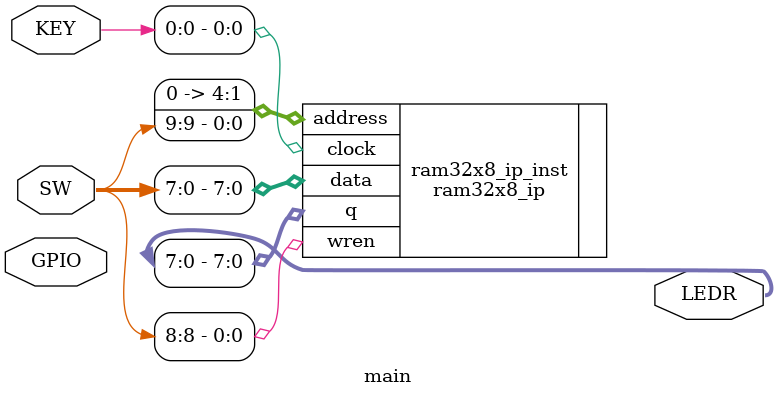
<source format=v>
module main(
	input 	[9:0] 	SW,
	input		[1:0]		KEY,
	output 	[9:0] 	LEDR,
	inout		[35:0]	GPIO
);
	//ram32x8_lut(.clk(KEY[0]), .we(SW[8]), .addr({4'd0, SW[9]}), .din(SW[7:0]), .dout(LEDR[7:0]));

	//ram32x8_m9k(.clk(KEY[0]), .we(SW[8]), .addr({4'd0, SW[9]}), .din(SW[7:0]), .dout(LEDR[7:0]));
	
	ram32x8_ip	ram32x8_ip_inst (
	.address ({4'd0, SW[9]}),
	.clock (KEY[0]),
	.data (SW[7:0]),
	.wren (SW[8]),
	.q (LEDR[7:0])
	);

endmodule
</source>
